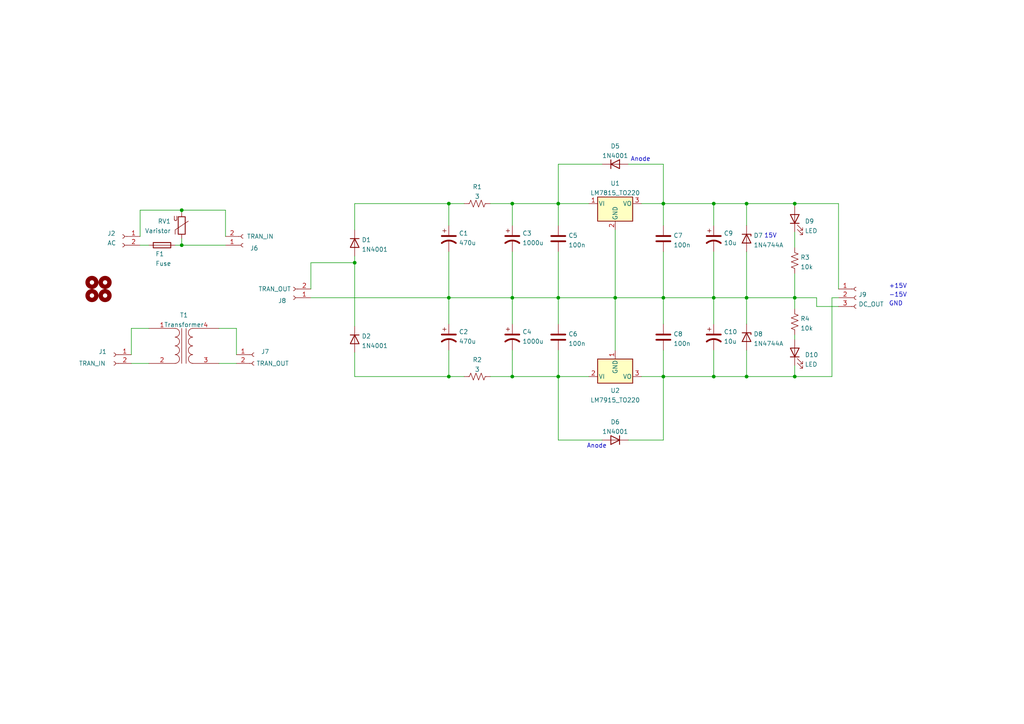
<source format=kicad_sch>
(kicad_sch (version 20211123) (generator eeschema)
  (paper "A4")
  (lib_symbols
    (symbol "Connector:Conn_01x02_Female" (pin_names (offset 1.016) hide)
      (property "Reference" "J" (at 0 2.54 0))
      (property "Value" "Conn_01x02_Female" (at 0 -5.08 0))
      (symbol "Conn_01x02_Female_1_1"
        (arc (start 0 -2.032) (mid -0.508 -2.54) (end 0 -3.048) (stroke (width 0.1524)))
        (polyline (pts (xy -1.27 -2.54) (xy -0.508 -2.54)) (stroke (width 0.1524)))
        (polyline (pts (xy -1.27 0) (xy -0.508 0)) (stroke (width 0.1524)))
        (arc (start 0 0.508) (mid -0.508 0) (end 0 -0.508) (stroke (width 0.1524)))
        (pin passive line (at -5.08 0 0) (length 3.81) (name "Pin_1") (number "1"))
        (pin passive line (at -5.08 -2.54 0) (length 3.81) (name "Pin_2") (number "2"))
      )
    )
    (symbol "Connector:Conn_01x03_Female" (pin_names (offset 1.016) hide)
      (property "Reference" "J" (at 0 5.08 0))
      (property "Value" "Conn_01x03_Female" (at 0 -5.08 0))
      (symbol "Conn_01x03_Female_1_1"
        (arc (start 0 -2.032) (mid -0.508 -2.54) (end 0 -3.048) (stroke (width 0.1524)))
        (polyline (pts (xy -1.27 -2.54) (xy -0.508 -2.54)) (stroke (width 0.1524)))
        (polyline (pts (xy -1.27 0) (xy -0.508 0)) (stroke (width 0.1524)))
        (polyline (pts (xy -1.27 2.54) (xy -0.508 2.54)) (stroke (width 0.1524)))
        (arc (start 0 0.508) (mid -0.508 0) (end 0 -0.508) (stroke (width 0.1524)))
        (arc (start 0 3.048) (mid -0.508 2.54) (end 0 2.032) (stroke (width 0.1524)))
        (pin passive line (at -5.08 2.54 0) (length 3.81) (name "Pin_1") (number "1"))
        (pin passive line (at -5.08 0 0) (length 3.81) (name "Pin_2") (number "2"))
        (pin passive line (at -5.08 -2.54 0) (length 3.81) (name "Pin_3") (number "3"))
      )
    )
    (symbol "Device:C" (pin_numbers hide) (pin_names (offset 0.254))
      (property "Reference" "C" (at 0.635 2.54 0))
      (property "Value" "C" (at 0.635 -2.54 0))
      (symbol "C_0_1"
        (polyline (pts (xy -2.032 -0.762) (xy 2.032 -0.762)) (stroke (width 0.508)))
        (polyline (pts (xy -2.032 0.762) (xy 2.032 0.762)) (stroke (width 0.508)))
      )
      (symbol "C_1_1"
        (pin passive line (at 0 3.81 270) (length 2.794) (name "~") (number "1"))
        (pin passive line (at 0 -3.81 90) (length 2.794) (name "~") (number "2"))
      )
    )
    (symbol "Device:C_Polarized_US" (pin_numbers hide) (pin_names (offset 0.254) hide)
      (property "Reference" "C" (at 0.635 2.54 0))
      (property "Value" "C_Polarized_US" (at 0.635 -2.54 0))
      (symbol "C_Polarized_US_0_1"
        (polyline (pts (xy -2.032 0.762) (xy 2.032 0.762)) (stroke (width 0.508)))
        (polyline (pts (xy -1.778 2.286) (xy -0.762 2.286)))
        (polyline (pts (xy -1.27 1.778) (xy -1.27 2.794)))
        (arc (start 2.032 -1.27) (mid 0 -0.5572) (end -2.032 -1.27) (stroke (width 0.508)))
      )
      (symbol "C_Polarized_US_1_1"
        (pin passive line (at 0 3.81 270) (length 2.794) (name "~") (number "1"))
        (pin passive line (at 0 -3.81 90) (length 3.302) (name "~") (number "2"))
      )
    )
    (symbol "Device:D_Zener" (pin_numbers hide) (pin_names (offset 1.016) hide)
      (property "Reference" "D" (at 0 2.54 0))
      (property "Value" "D_Zener" (at 0 -2.54 0))
      (symbol "D_Zener_0_1"
        (polyline (pts (xy 1.27 0) (xy -1.27 0)))
        (polyline (pts (xy -1.27 -1.27) (xy -1.27 1.27) (xy -0.762 1.27)) (stroke (width 0.254)))
        (polyline (pts (xy 1.27 -1.27) (xy 1.27 1.27) (xy -1.27 0) (xy 1.27 -1.27)) (stroke (width 0.254)))
      )
      (symbol "D_Zener_1_1"
        (pin passive line (at -3.81 0 0) (length 2.54) (name "K") (number "1"))
        (pin passive line (at 3.81 0 180) (length 2.54) (name "A") (number "2"))
      )
    )
    (symbol "Device:Fuse" (pin_numbers hide) (pin_names (offset 0))
      (property "Reference" "F" (at 2.032 0 90))
      (property "Value" "Fuse" (at -1.905 0 90))
      (symbol "Fuse_0_1"
        (rectangle (start -0.762 -2.54) (end 0.762 2.54) (stroke (width 0.254)))
        (polyline (pts (xy 0 2.54) (xy 0 -2.54)))
      )
      (symbol "Fuse_1_1"
        (pin passive line (at 0 3.81 270) (length 1.27) (name "~") (number "1"))
        (pin passive line (at 0 -3.81 90) (length 1.27) (name "~") (number "2"))
      )
    )
    (symbol "Device:LED" (pin_numbers hide) (pin_names (offset 1.016) hide)
      (property "Reference" "D" (at 0 2.54 0))
      (property "Value" "LED" (at 0 -2.54 0))
      (symbol "LED_0_1"
        (polyline (pts (xy -1.27 -1.27) (xy -1.27 1.27)) (stroke (width 0.254)))
        (polyline (pts (xy -1.27 0) (xy 1.27 0)))
        (polyline (pts (xy 1.27 -1.27) (xy 1.27 1.27) (xy -1.27 0) (xy 1.27 -1.27)) (stroke (width 0.254)))
        (polyline (pts (xy -3.048 -0.762) (xy -4.572 -2.286) (xy -3.81 -2.286) (xy -4.572 -2.286) (xy -4.572 -1.524)))
        (polyline (pts (xy -1.778 -0.762) (xy -3.302 -2.286) (xy -2.54 -2.286) (xy -3.302 -2.286) (xy -3.302 -1.524)))
      )
      (symbol "LED_1_1"
        (pin passive line (at -3.81 0 0) (length 2.54) (name "K") (number "1"))
        (pin passive line (at 3.81 0 180) (length 2.54) (name "A") (number "2"))
      )
    )
    (symbol "Device:R_US" (pin_numbers hide) (pin_names (offset 0))
      (property "Reference" "R" (at 2.54 0 90))
      (property "Value" "R_US" (at -2.54 0 90))
      (symbol "R_US_0_1"
        (polyline (pts (xy 0 -2.286) (xy 0 -2.54)))
        (polyline (pts (xy 0 2.286) (xy 0 2.54)))
        (polyline (pts (xy 0 -0.762) (xy 1.016 -1.143) (xy 0 -1.524) (xy -1.016 -1.905) (xy 0 -2.286)))
        (polyline (pts (xy 0 0.762) (xy 1.016 0.381) (xy 0 0) (xy -1.016 -0.381) (xy 0 -0.762)))
        (polyline (pts (xy 0 2.286) (xy 1.016 1.905) (xy 0 1.524) (xy -1.016 1.143) (xy 0 0.762)))
      )
      (symbol "R_US_1_1"
        (pin passive line (at 0 3.81 270) (length 1.27) (name "~") (number "1"))
        (pin passive line (at 0 -3.81 90) (length 1.27) (name "~") (number "2"))
      )
    )
    (symbol "Device:Transformer_1P_1S" (pin_names (offset 1.016) hide)
      (property "Reference" "T" (at 0 6.35 0))
      (property "Value" "Transformer_1P_1S" (at 0 -7.62 0))
      (symbol "Transformer_1P_1S_0_1"
        (arc (start -2.54 -5.0546) (mid -1.6561 -4.6863) (end -1.27 -3.81))
        (arc (start -2.54 -2.5146) (mid -1.6561 -2.1463) (end -1.27 -1.27))
        (arc (start -2.54 0.0254) (mid -1.6561 0.3937) (end -1.27 1.27))
        (arc (start -2.54 2.5654) (mid -1.6561 2.9337) (end -1.27 3.81))
        (arc (start -1.27 -3.81) (mid -1.642 -2.912) (end -2.54 -2.54))
        (arc (start -1.27 -1.27) (mid -1.642 -0.372) (end -2.54 0))
        (arc (start -1.27 1.27) (mid -1.642 2.168) (end -2.54 2.54))
        (arc (start -1.27 3.81) (mid -1.642 4.708) (end -2.54 5.08))
        (polyline (pts (xy -0.635 5.08) (xy -0.635 -5.08)))
        (polyline (pts (xy 0.635 -5.08) (xy 0.635 5.08)))
        (arc (start 1.2954 -1.27) (mid 1.6599 -2.1501) (end 2.54 -2.5146))
        (arc (start 1.2954 1.27) (mid 1.6599 0.3899) (end 2.54 0.0254))
        (arc (start 1.2954 3.81) (mid 1.6599 2.9299) (end 2.54 2.5654))
        (arc (start 1.3208 -3.81) (mid 1.6853 -4.6901) (end 2.5654 -5.0546))
        (arc (start 2.54 0) (mid 1.6456 -0.3683) (end 1.2954 -1.27))
        (arc (start 2.54 2.54) (mid 1.6456 2.1717) (end 1.2954 1.27))
        (arc (start 2.54 5.08) (mid 1.6456 4.7117) (end 1.2954 3.81))
        (arc (start 2.5654 -2.54) (mid 1.671 -2.9083) (end 1.3208 -3.81))
      )
      (symbol "Transformer_1P_1S_1_1"
        (pin passive line (at -10.16 5.08 0) (length 7.62) (name "AA") (number "1"))
        (pin passive line (at -10.16 -5.08 0) (length 7.62) (name "AB") (number "2"))
        (pin passive line (at 10.16 -5.08 180) (length 7.62) (name "SA") (number "3"))
        (pin passive line (at 10.16 5.08 180) (length 7.62) (name "SB") (number "4"))
      )
    )
    (symbol "Device:Varistor" (pin_numbers hide) (pin_names (offset 0))
      (property "Reference" "RV" (at 3.175 0 90))
      (property "Value" "Varistor" (at -3.175 0 90))
      (symbol "Varistor_0_0"
        (text "U" (at -1.778 -2.032 0) (effects (font (size 1.27 1.27))))
      )
      (symbol "Varistor_0_1"
        (rectangle (start -1.016 -2.54) (end 1.016 2.54) (stroke (width 0.254)))
        (polyline (pts (xy -1.905 2.54) (xy -1.905 1.27) (xy 1.905 -1.27)))
      )
      (symbol "Varistor_1_1"
        (pin passive line (at 0 3.81 270) (length 1.27) (name "~") (number "1"))
        (pin passive line (at 0 -3.81 90) (length 1.27) (name "~") (number "2"))
      )
    )
    (symbol "Diode:1N4001" (pin_numbers hide) (pin_names (offset 1.016) hide)
      (property "Reference" "D" (at 0 2.54 0))
      (property "Value" "1N4001" (at 0 -2.54 0))
      (symbol "1N4001_0_1"
        (polyline (pts (xy -1.27 1.27) (xy -1.27 -1.27)) (stroke (width 0.254)))
        (polyline (pts (xy 1.27 0) (xy -1.27 0)))
        (polyline (pts (xy 1.27 1.27) (xy 1.27 -1.27) (xy -1.27 0) (xy 1.27 1.27)) (stroke (width 0.254)))
      )
      (symbol "1N4001_1_1"
        (pin passive line (at -3.81 0 0) (length 2.54) (name "K") (number "1"))
        (pin passive line (at 3.81 0 180) (length 2.54) (name "A") (number "2"))
      )
    )
    (symbol "Mechanical:MountingHole" (pin_names (offset 1.016))
      (property "Reference" "H" (at 0 5.08 0))
      (property "Value" "MountingHole" (at 0 3.175 0))
      (symbol "MountingHole_0_1"
        (circle (center 0 0) (radius 1.27) (stroke (width 1.27)))
      )
    )
    (symbol "Regulator_Linear:LM7815_TO220" (pin_names (offset 0.254))
      (property "Reference" "U" (at -3.81 3.175 0))
      (property "Value" "LM7815_TO220" (at 0 3.175 0))
      (symbol "LM7815_TO220_0_1"
        (rectangle (start -5.08 1.905) (end 5.08 -5.08) (stroke (width 0.254)) (fill (type background)))
      )
      (symbol "LM7815_TO220_1_1"
        (pin power_in line (at -7.62 0 0) (length 2.54) (name "VI") (number "1"))
        (pin power_in line (at 0 -7.62 90) (length 2.54) (name "GND") (number "2"))
        (pin power_out line (at 7.62 0 180) (length 2.54) (name "VO") (number "3"))
      )
    )
    (symbol "Regulator_Linear:LM7915_TO220" (pin_names (offset 0.254))
      (property "Reference" "U" (at -3.81 -3.175 0))
      (property "Value" "LM7915_TO220" (at 0 -3.175 0))
      (symbol "LM7915_TO220_0_1"
        (rectangle (start -5.08 5.08) (end 5.08 -1.905) (stroke (width 0.254)) (fill (type background)))
      )
      (symbol "LM7915_TO220_1_1"
        (pin power_in line (at 0 7.62 270) (length 2.54) (name "GND") (number "1"))
        (pin power_in line (at -7.62 0 0) (length 2.54) (name "VI") (number "2"))
        (pin power_out line (at 7.62 0 180) (length 2.54) (name "VO") (number "3"))
      )
    )
  )
  (junction (at 148.59 86.36))
  (junction (at 130.175 109.22))
  (junction (at 207.01 86.36))
  (junction (at 161.925 59.055))
  (junction (at 148.59 59.055))
  (junction (at 130.175 86.36))
  (junction (at 148.59 109.22))
  (junction (at 192.405 86.36))
  (junction (at 216.535 109.22))
  (junction (at 207.01 59.055))
  (junction (at 230.505 59.055))
  (junction (at 52.705 71.12))
  (junction (at 192.405 109.22))
  (junction (at 207.01 109.22))
  (junction (at 192.405 59.055))
  (junction (at 161.925 86.36))
  (junction (at 161.925 109.22))
  (junction (at 230.505 109.22))
  (junction (at 216.535 59.055))
  (junction (at 102.87 76.2))
  (junction (at 230.505 86.36))
  (junction (at 178.435 86.36))
  (junction (at 130.175 59.055))
  (junction (at 216.535 86.36))
  (junction (at 52.705 60.96))
  (wire (pts (xy 161.925 47.625) (xy 161.925 59.055)))
  (wire (pts (xy 148.59 101.6) (xy 148.59 109.22)))
  (wire (pts (xy 186.055 59.055) (xy 192.405 59.055)))
  (wire (pts (xy 50.8 71.12) (xy 52.705 71.12)))
  (wire (pts (xy 102.87 59.055) (xy 130.175 59.055)))
  (wire (pts (xy 148.59 86.36) (xy 161.925 86.36)))
  (wire (pts (xy 102.87 59.055) (xy 102.87 66.675)))
  (wire (pts (xy 192.405 109.22) (xy 207.01 109.22)))
  (wire (pts (xy 68.58 95.25) (xy 68.58 102.87)))
  (wire (pts (xy 142.24 59.055) (xy 148.59 59.055)))
  (wire (pts (xy 161.925 73.025) (xy 161.925 86.36)))
  (wire (pts (xy 207.01 73.025) (xy 207.01 86.36)))
  (wire (pts (xy 130.175 65.405) (xy 130.175 59.055)))
  (wire (pts (xy 230.505 97.155) (xy 230.505 98.425)))
  (wire (pts (xy 178.435 86.36) (xy 178.435 101.6)))
  (wire (pts (xy 102.87 109.22) (xy 130.175 109.22)))
  (wire (pts (xy 207.01 101.6) (xy 207.01 109.22)))
  (wire (pts (xy 207.01 59.055) (xy 207.01 65.405)))
  (wire (pts (xy 207.01 86.36) (xy 216.535 86.36)))
  (wire (pts (xy 43.18 105.41) (xy 38.1 105.41)))
  (wire (pts (xy 161.925 65.405) (xy 161.925 59.055)))
  (wire (pts (xy 186.055 109.22) (xy 192.405 109.22)))
  (wire (pts (xy 174.625 47.625) (xy 161.925 47.625)))
  (wire (pts (xy 192.405 109.22) (xy 192.405 127.635)))
  (wire (pts (xy 90.17 86.36) (xy 130.175 86.36)))
  (wire (pts (xy 102.87 102.235) (xy 102.87 109.22)))
  (wire (pts (xy 161.925 101.6) (xy 161.925 109.22)))
  (wire (pts (xy 230.505 106.045) (xy 230.505 109.22)))
  (wire (pts (xy 241.3 109.22) (xy 230.505 109.22)))
  (wire (pts (xy 148.59 86.36) (xy 148.59 93.98)))
  (wire (pts (xy 161.925 109.22) (xy 148.59 109.22)))
  (wire (pts (xy 178.435 66.675) (xy 178.435 86.36)))
  (wire (pts (xy 130.175 86.36) (xy 130.175 93.98)))
  (wire (pts (xy 40.64 60.96) (xy 40.64 68.58)))
  (wire (pts (xy 148.59 65.405) (xy 148.59 59.055)))
  (wire (pts (xy 130.175 101.6) (xy 130.175 109.22)))
  (wire (pts (xy 216.535 59.055) (xy 230.505 59.055)))
  (wire (pts (xy 102.87 94.615) (xy 102.87 76.2)))
  (wire (pts (xy 148.59 73.025) (xy 148.59 86.36)))
  (wire (pts (xy 40.64 71.12) (xy 43.18 71.12)))
  (wire (pts (xy 230.505 86.36) (xy 236.855 86.36)))
  (wire (pts (xy 52.705 60.96) (xy 65.405 60.96)))
  (wire (pts (xy 192.405 65.405) (xy 192.405 59.055)))
  (wire (pts (xy 174.625 127.635) (xy 161.925 127.635)))
  (wire (pts (xy 216.535 73.025) (xy 216.535 86.36)))
  (wire (pts (xy 207.01 59.055) (xy 216.535 59.055)))
  (wire (pts (xy 216.535 101.6) (xy 216.535 109.22)))
  (wire (pts (xy 90.17 76.2) (xy 102.87 76.2)))
  (wire (pts (xy 230.505 109.22) (xy 216.535 109.22)))
  (wire (pts (xy 243.205 88.9) (xy 236.855 88.9)))
  (wire (pts (xy 182.245 127.635) (xy 192.405 127.635)))
  (wire (pts (xy 52.705 69.215) (xy 52.705 71.12)))
  (wire (pts (xy 65.405 60.96) (xy 65.405 68.58)))
  (wire (pts (xy 216.535 86.36) (xy 216.535 93.98)))
  (wire (pts (xy 207.01 109.22) (xy 216.535 109.22)))
  (wire (pts (xy 182.245 47.625) (xy 192.405 47.625)))
  (wire (pts (xy 192.405 59.055) (xy 207.01 59.055)))
  (wire (pts (xy 63.5 95.25) (xy 68.58 95.25)))
  (wire (pts (xy 243.205 59.055) (xy 230.505 59.055)))
  (wire (pts (xy 241.3 86.36) (xy 241.3 109.22)))
  (wire (pts (xy 178.435 86.36) (xy 192.405 86.36)))
  (wire (pts (xy 161.925 127.635) (xy 161.925 109.22)))
  (wire (pts (xy 142.24 109.22) (xy 148.59 109.22)))
  (wire (pts (xy 216.535 86.36) (xy 230.505 86.36)))
  (wire (pts (xy 243.205 86.36) (xy 241.3 86.36)))
  (wire (pts (xy 130.175 109.22) (xy 134.62 109.22)))
  (wire (pts (xy 207.01 86.36) (xy 207.01 93.98)))
  (wire (pts (xy 178.435 86.36) (xy 161.925 86.36)))
  (wire (pts (xy 130.175 86.36) (xy 148.59 86.36)))
  (wire (pts (xy 102.87 74.295) (xy 102.87 76.2)))
  (wire (pts (xy 216.535 65.405) (xy 216.535 59.055)))
  (wire (pts (xy 192.405 73.025) (xy 192.405 86.36)))
  (wire (pts (xy 161.925 59.055) (xy 170.815 59.055)))
  (wire (pts (xy 236.855 88.9) (xy 236.855 86.36)))
  (wire (pts (xy 43.18 95.25) (xy 38.1 95.25)))
  (wire (pts (xy 192.405 47.625) (xy 192.405 59.055)))
  (wire (pts (xy 90.17 76.2) (xy 90.17 83.82)))
  (wire (pts (xy 192.405 101.6) (xy 192.405 109.22)))
  (wire (pts (xy 52.705 60.96) (xy 52.705 61.595)))
  (wire (pts (xy 230.505 67.31) (xy 230.505 71.755)))
  (wire (pts (xy 230.505 79.375) (xy 230.505 86.36)))
  (wire (pts (xy 130.175 59.055) (xy 134.62 59.055)))
  (wire (pts (xy 130.175 73.025) (xy 130.175 86.36)))
  (wire (pts (xy 148.59 59.055) (xy 161.925 59.055)))
  (wire (pts (xy 40.64 60.96) (xy 52.705 60.96)))
  (wire (pts (xy 38.1 95.25) (xy 38.1 102.87)))
  (wire (pts (xy 192.405 86.36) (xy 192.405 93.98)))
  (wire (pts (xy 52.705 71.12) (xy 65.405 71.12)))
  (wire (pts (xy 230.505 86.36) (xy 230.505 89.535)))
  (wire (pts (xy 230.505 59.69) (xy 230.505 59.055)))
  (wire (pts (xy 161.925 86.36) (xy 161.925 93.98)))
  (wire (pts (xy 243.205 83.82) (xy 243.205 59.055)))
  (wire (pts (xy 63.5 105.41) (xy 68.58 105.41)))
  (wire (pts (xy 192.405 86.36) (xy 207.01 86.36)))
  (wire (pts (xy 161.925 109.22) (xy 170.815 109.22)))
  (text "+15V" (at 257.81 83.82 0) (effects (font (size 1.27 1.27)) (justify left bottom)))
  (text "Anode" (at 170.18 130.175 0) (effects (font (size 1.27 1.27)) (justify left bottom)))
  (text "Anode" (at 182.88 46.99 0) (effects (font (size 1.27 1.27)) (justify left bottom)))
  (text "GND" (at 257.81 88.9 0) (effects (font (size 1.27 1.27)) (justify left bottom)))
  (text "-15V" (at 257.81 86.36 0) (effects (font (size 1.27 1.27)) (justify left bottom)))
  (text "15V" (at 221.615 69.215 0) (effects (font (size 1.27 1.27)) (justify left bottom)))
  (symbol (lib_id "Mechanical:MountingHole") (at 26.67 85.725 0) (unit 1)
    (property "Reference" "H2" (effects hide))
    (property "Value" "MountingHole" (effects hide))
    (property "Footprint" "MountingHole:MountingHole_3mm" (effects hide))
  )
  (symbol (lib_id "Mechanical:MountingHole") (at 30.48 85.725 0) (unit 1)
    (property "Reference" "H4" (effects hide))
    (property "Value" "MountingHole" (effects hide))
    (property "Footprint" "MountingHole:MountingHole_3mm" (effects hide))
  )
  (symbol (lib_id "Diode:1N4001") (at 102.87 70.485 270) (unit 1)
    (property "Reference" "D1" (at 104.902 69.5765 90) (effects (justify left)))
    (property "Value" "1N4001" (at 104.902 72.3516 90) (effects (justify left)))
    (property "Footprint" "Diode_THT:D_DO-41_SOD81_P10.16mm_Horizontal" (effects hide))
    (property "Datasheet" "http://www.vishay.com/docs/88503/1n4001.pdf" (effects hide))
  )
  (symbol (lib_id "Device:C_Polarized_US") (at 148.59 69.215 0) (unit 1)
    (property "Reference" "C3" (at 151.511 67.6715 0) (effects (justify left)))
    (property "Value" "1000u" (at 151.511 70.4466 0) (effects (justify left)))
    (property "Footprint" "Capacitor_THT:CP_Radial_D13.0mm_P7.50mm" (effects hide))
  )
  (symbol (lib_id "Device:C") (at 161.925 69.215 0) (unit 1)
    (property "Reference" "C5" (at 164.846 68.3065 0) (effects (justify left)))
    (property "Value" "100n" (at 164.846 71.0816 0) (effects (justify left)))
    (property "Footprint" "Capacitor_THT:C_Disc_D5.0mm_W2.5mm_P5.00mm" (effects hide))
  )
  (symbol (lib_id "Connector:Conn_01x02_Female") (at 33.02 102.87 0) (mirror y) (unit 1) (in_bom no) (on_board no)
    (property "Reference" "J1" (at 28.575 101.9999 0) (effects (justify right)))
    (property "Value" "TRAN_IN" (at 22.86 105.41 0) (effects (justify right)))
  )
  (symbol (lib_id "Device:C_Polarized_US") (at 148.59 97.79 0) (unit 1)
    (property "Reference" "C4" (at 151.511 96.2465 0) (effects (justify left)))
    (property "Value" "1000u" (at 151.511 99.0216 0) (effects (justify left)))
    (property "Footprint" "Capacitor_THT:CP_Radial_D13.0mm_P7.50mm" (effects hide))
  )
  (symbol (lib_id "Device:LED") (at 230.505 102.235 90) (unit 1)
    (property "Reference" "D10" (at 233.426 102.914 90) (effects (justify right)))
    (property "Value" "LED" (at 233.426 105.6891 90) (effects (justify right)))
    (property "Footprint" "LED_THT:LED_D5.0mm" (effects hide))
  )
  (symbol (lib_id "Regulator_Linear:LM7915_TO220") (at 178.435 109.22 0) (unit 1)
    (property "Reference" "U2" (at 178.435 113.2745 0))
    (property "Value" "LM7915_TO220" (at 178.435 116.0496 0))
    (property "Footprint" "Package_TO_SOT_THT:TO-220F-3_Horizontal_TabDown" (effects hide))
    (property "Datasheet" "https://www.onsemi.com/pub/Collateral/MC7900-D.PDF" (effects hide))
  )
  (symbol (lib_id "Device:C") (at 161.925 97.79 0) (unit 1)
    (property "Reference" "C6" (at 164.846 96.8815 0) (effects (justify left)))
    (property "Value" "100n" (at 164.846 99.6566 0) (effects (justify left)))
    (property "Footprint" "Capacitor_THT:C_Disc_D5.0mm_W2.5mm_P5.00mm" (effects hide))
  )
  (symbol (lib_id "Device:Transformer_1P_1S") (at 53.34 100.33 0) (unit 1) (in_bom no) (on_board no)
    (property "Reference" "T1" (at 53.3527 91.4103 0))
    (property "Value" "Transformer" (at 53.3527 94.1854 0))
  )
  (symbol (lib_id "Diode:1N4001") (at 102.87 98.425 270) (unit 1)
    (property "Reference" "D2" (at 104.902 97.5165 90) (effects (justify left)))
    (property "Value" "1N4001" (at 104.902 100.2916 90) (effects (justify left)))
    (property "Footprint" "Diode_THT:D_DO-41_SOD81_P10.16mm_Horizontal" (effects hide))
    (property "Datasheet" "http://www.vishay.com/docs/88503/1n4001.pdf" (effects hide))
  )
  (symbol (lib_id "Connector:Conn_01x02_Female") (at 73.66 102.87 0) (unit 1) (in_bom no) (on_board no)
    (property "Reference" "J7" (at 78.105 101.9999 0) (effects (justify right)))
    (property "Value" "TRAN_OUT" (at 83.82 105.41 0) (effects (justify right)))
  )
  (symbol (lib_id "Connector:Conn_01x02_Female") (at 85.09 86.36 180) (unit 1)
    (property "Reference" "J8" (at 80.645 87.2301 0) (effects (justify right)))
    (property "Value" "TRAN_OUT" (at 74.93 83.82 0) (effects (justify right)))
    (property "Footprint" "TerminalBlock_Phoenix:TerminalBlock_Phoenix_MKDS-1,5-2-5.08_1x02_P5.08mm_Horizontal" (effects hide))
  )
  (symbol (lib_id "Device:LED") (at 230.505 63.5 90) (unit 1)
    (property "Reference" "D9" (at 233.426 64.179 90) (effects (justify right)))
    (property "Value" "LED" (at 233.426 66.9541 90) (effects (justify right)))
    (property "Footprint" "LED_THT:LED_D5.0mm" (effects hide))
  )
  (symbol (lib_id "Device:R_US") (at 138.43 59.055 90) (unit 1)
    (property "Reference" "R1" (at 138.43 54.1995 90))
    (property "Value" "3" (at 138.43 56.9746 90))
    (property "Footprint" "Resistor_THT:R_Axial_Power_L20.0mm_W6.4mm_P22.40mm" (effects hide))
  )
  (symbol (lib_id "Diode:1N4001") (at 178.435 127.635 180) (unit 1)
    (property "Reference" "D6" (at 178.435 122.3985 0))
    (property "Value" "1N4001" (at 178.435 125.1736 0))
    (property "Footprint" "Diode_THT:D_DO-41_SOD81_P5.08mm_Vertical_AnodeUp" (effects hide))
    (property "Datasheet" "http://www.vishay.com/docs/88503/1n4001.pdf" (effects hide))
  )
  (symbol (lib_id "Device:D_Zener") (at 216.535 97.79 270) (unit 1)
    (property "Reference" "D8" (at 218.567 96.8815 90) (effects (justify left)))
    (property "Value" "1N4744A" (at 218.567 99.6566 90) (effects (justify left)))
    (property "Footprint" "Diode_THT:D_DO-41_SOD81_P5.08mm_Vertical_AnodeUp" (effects hide))
  )
  (symbol (lib_id "Regulator_Linear:LM7815_TO220") (at 178.435 59.055 0) (unit 1)
    (property "Reference" "U1" (at 178.435 53.1835 0))
    (property "Value" "LM7815_TO220" (at 178.435 55.9586 0))
    (property "Footprint" "Package_TO_SOT_THT:TO-220F-3_Horizontal_TabDown" (effects hide))
    (property "Datasheet" "https://www.onsemi.cn/PowerSolutions/document/MC7800-D.PDF" (effects hide))
  )
  (symbol (lib_id "Device:R_US") (at 230.505 93.345 180) (unit 1)
    (property "Reference" "R4" (at 232.156 92.4365 0) (effects (justify right)))
    (property "Value" "10k" (at 232.156 95.2116 0) (effects (justify right)))
    (property "Footprint" "Resistor_THT:R_Axial_DIN0207_L6.3mm_D2.5mm_P7.62mm_Horizontal" (effects hide))
  )
  (symbol (lib_id "Device:D_Zener") (at 216.535 69.215 270) (unit 1)
    (property "Reference" "D7" (at 218.567 68.3065 90) (effects (justify left)))
    (property "Value" "1N4744A" (at 218.567 71.0816 90) (effects (justify left)))
    (property "Footprint" "Diode_THT:D_DO-41_SOD81_P5.08mm_Vertical_AnodeUp" (effects hide))
  )
  (symbol (lib_id "Device:C_Polarized_US") (at 130.175 97.79 0) (unit 1)
    (property "Reference" "C2" (at 133.096 96.2465 0) (effects (justify left)))
    (property "Value" "470u" (at 133.096 99.0216 0) (effects (justify left)))
    (property "Footprint" "Capacitor_THT:CP_Radial_D13.0mm_P7.50mm" (effects hide))
  )
  (symbol (lib_id "Device:C_Polarized_US") (at 130.175 69.215 0) (unit 1)
    (property "Reference" "C1" (at 133.096 67.6715 0) (effects (justify left)))
    (property "Value" "470u" (at 133.096 70.4466 0) (effects (justify left)))
    (property "Footprint" "Capacitor_THT:CP_Radial_D13.0mm_P7.50mm" (effects hide))
  )
  (symbol (lib_id "Connector:Conn_01x02_Female") (at 70.485 71.12 0) (mirror x) (unit 1)
    (property "Reference" "J6" (at 74.93 71.9901 0) (effects (justify right)))
    (property "Value" "TRAN_IN" (at 79.375 68.58 0) (effects (justify right)))
    (property "Footprint" "TerminalBlock_Phoenix:TerminalBlock_Phoenix_MKDS-1,5-2-5.08_1x02_P5.08mm_Horizontal" (effects hide))
  )
  (symbol (lib_id "Device:C") (at 192.405 97.79 0) (unit 1)
    (property "Reference" "C8" (at 195.326 96.8815 0) (effects (justify left)))
    (property "Value" "100n" (at 195.326 99.6566 0) (effects (justify left)))
    (property "Footprint" "Capacitor_THT:C_Disc_D5.0mm_W2.5mm_P5.00mm" (effects hide))
  )
  (symbol (lib_id "Diode:1N4001") (at 178.435 47.625 0) (unit 1)
    (property "Reference" "D5" (at 178.435 42.3885 0))
    (property "Value" "1N4001" (at 178.435 45.1636 0))
    (property "Footprint" "Diode_THT:D_DO-41_SOD81_P5.08mm_Vertical_AnodeUp" (effects hide))
    (property "Datasheet" "http://www.vishay.com/docs/88503/1n4001.pdf" (effects hide))
  )
  (symbol (lib_id "Device:C_Polarized_US") (at 207.01 97.79 0) (unit 1)
    (property "Reference" "C10" (at 209.931 96.2465 0) (effects (justify left)))
    (property "Value" "10u" (at 209.931 99.0216 0) (effects (justify left)))
    (property "Footprint" "Capacitor_THT:CP_Radial_D5.0mm_P2.50mm" (effects hide))
  )
  (symbol (lib_id "Device:C") (at 192.405 69.215 0) (unit 1)
    (property "Reference" "C7" (at 195.326 68.3065 0) (effects (justify left)))
    (property "Value" "100n" (at 195.326 71.0816 0) (effects (justify left)))
    (property "Footprint" "Capacitor_THT:C_Disc_D5.0mm_W2.5mm_P5.00mm" (effects hide))
  )
  (symbol (lib_id "Device:C_Polarized_US") (at 207.01 69.215 0) (unit 1)
    (property "Reference" "C9" (at 209.931 67.6715 0) (effects (justify left)))
    (property "Value" "10u" (at 209.931 70.4466 0) (effects (justify left)))
    (property "Footprint" "Capacitor_THT:CP_Radial_D5.0mm_P2.50mm" (effects hide))
  )
  (symbol (lib_id "Device:Varistor") (at 52.705 65.405 0) (mirror x) (unit 1)
    (property "Reference" "RV1" (at 49.5474 64.1837 0) (effects (justify right)))
    (property "Value" "Varistor" (at 49.5474 66.9588 0) (effects (justify right)))
    (property "Footprint" "Varistor:RV_Disc_D12mm_W5mm_P7.5mm" (effects hide))
  )
  (symbol (lib_id "Device:R_US") (at 138.43 109.22 90) (unit 1)
    (property "Reference" "R2" (at 138.43 104.3645 90))
    (property "Value" "3" (at 138.43 107.1396 90))
    (property "Footprint" "Resistor_THT:R_Axial_Power_L20.0mm_W6.4mm_P22.40mm" (effects hide))
  )
  (symbol (lib_id "Connector:Conn_01x02_Female") (at 35.56 68.58 0) (mirror y) (unit 1)
    (property "Reference" "J2" (at 31.115 67.7099 0) (effects (justify right)))
    (property "Value" "AC" (at 31.115 70.485 0) (effects (justify right)))
    (property "Footprint" "TerminalBlock_Phoenix:TerminalBlock_Phoenix_MKDS-1,5-2-5.08_1x02_P5.08mm_Horizontal" (effects hide))
  )
  (symbol (lib_id "Device:Fuse") (at 46.99 71.12 90) (mirror x) (unit 1)
    (property "Reference" "F1" (at 45.085 73.66 90) (effects (justify right)))
    (property "Value" "Fuse" (at 45.085 76.4351 90) (effects (justify right)))
    (property "Footprint" "Fuse:Fuseholder_Littelfuse_100_series_5x20mm" (effects hide))
  )
  (symbol (lib_id "Device:R_US") (at 230.505 75.565 180) (unit 1)
    (property "Reference" "R3" (at 232.156 74.6565 0) (effects (justify right)))
    (property "Value" "10k" (at 232.156 77.4316 0) (effects (justify right)))
    (property "Footprint" "Resistor_THT:R_Axial_DIN0207_L6.3mm_D2.5mm_P7.62mm_Horizontal" (effects hide))
  )
  (symbol (lib_id "Connector:Conn_01x03_Female") (at 248.285 86.36 0) (unit 1)
    (property "Reference" "J9" (at 248.9962 85.4515 0) (effects (justify left)))
    (property "Value" "DC_OUT" (at 248.9962 88.2266 0) (effects (justify left)))
    (property "Footprint" "Connector_JST:JST_XH_B3B-XH-A_1x03_P2.50mm_Vertical" (effects hide))
  )
  (symbol (lib_id "Mechanical:MountingHole") (at 26.67 81.915 0) (unit 1)
    (property "Reference" "H1" (effects hide))
    (property "Value" "MountingHole" (effects hide))
    (property "Footprint" "MountingHole:MountingHole_3mm" (effects hide))
  )
  (symbol (lib_id "Mechanical:MountingHole") (at 30.48 81.915 0) (unit 1)
    (property "Reference" "H3" (effects hide))
    (property "Value" "MountingHole" (effects hide))
    (property "Footprint" "MountingHole:MountingHole_3mm" (effects hide))
  )
)
</source>
